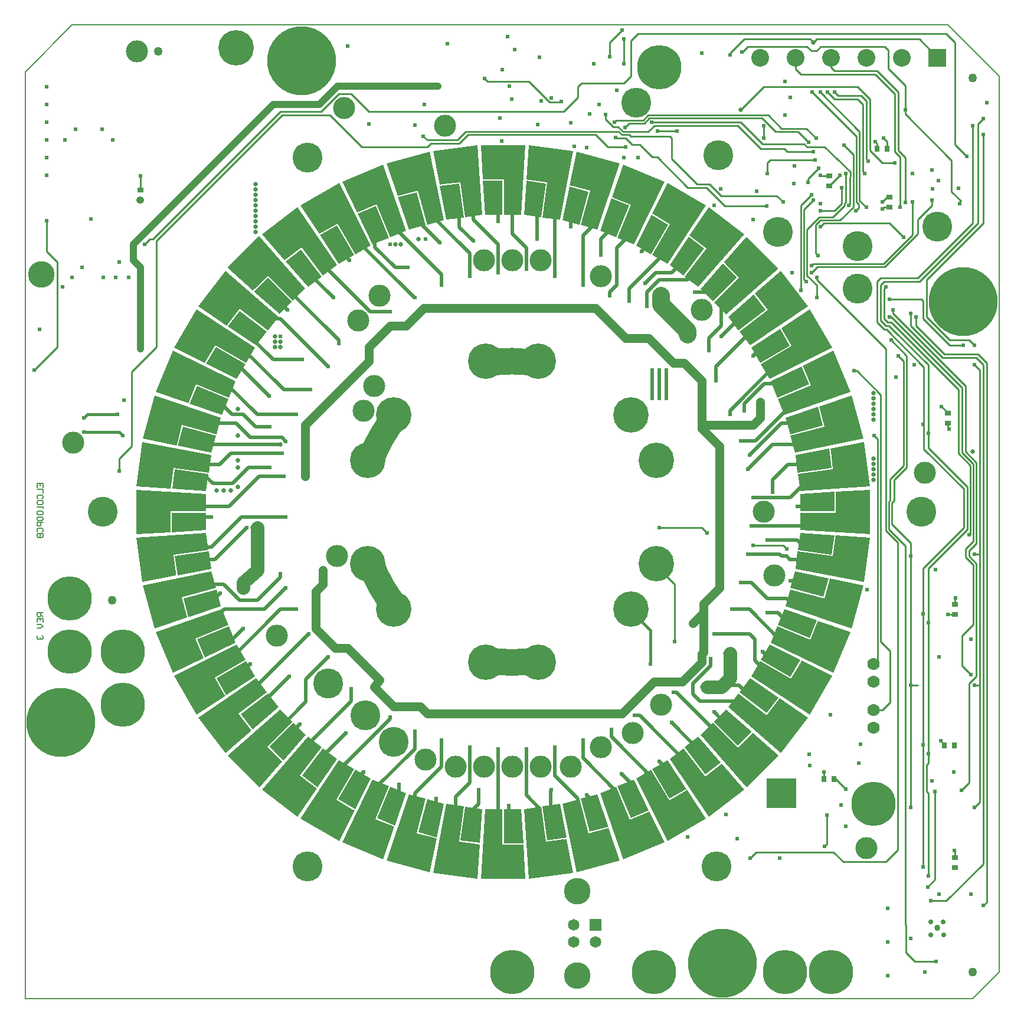
<source format=gbl>
%FSLAX23Y23*%
%MOIN*%
G70*
G01*
G75*
G04 Layer_Physical_Order=4*
G04 Layer_Color=16711680*
%ADD10C,0.150*%
%ADD11R,0.050X0.055*%
%ADD12R,0.118X0.118*%
%ADD13R,0.010X0.041*%
%ADD14R,0.041X0.010*%
%ADD15R,0.094X0.071*%
%ADD16R,0.035X0.049*%
%ADD17R,0.055X0.022*%
%ADD18R,0.022X0.055*%
%ADD19R,0.049X0.035*%
%ADD20R,0.033X0.024*%
%ADD21R,0.047X0.024*%
%ADD22R,0.012X0.035*%
%ADD23R,0.025X0.050*%
%ADD24R,0.063X0.012*%
%ADD25R,0.012X0.063*%
%ADD26R,0.055X0.065*%
%ADD27R,0.055X0.050*%
%ADD28R,0.087X0.024*%
%ADD29R,0.065X0.055*%
%ADD30R,0.037X0.035*%
%ADD31R,0.089X0.024*%
%ADD32R,0.102X0.094*%
%ADD33R,0.100X0.100*%
%ADD34R,0.050X0.110*%
%ADD35C,0.050*%
%ADD36R,0.037X0.035*%
%ADD37R,0.087X0.024*%
%ADD38R,0.100X0.100*%
%ADD39R,0.217X0.079*%
%ADD40R,0.160X0.080*%
%ADD41R,0.450X0.450*%
%ADD42R,0.110X0.115*%
%ADD43R,0.410X0.425*%
%ADD44R,0.085X0.036*%
%ADD45R,0.217X0.280*%
%ADD46R,0.039X0.063*%
%ADD47R,0.059X0.051*%
%ADD48R,0.079X0.126*%
%ADD49R,0.079X0.126*%
%ADD50R,0.140X0.060*%
%ADD51R,0.330X0.420*%
%ADD52R,0.022X0.057*%
%ADD53R,0.022X0.057*%
%ADD54R,0.081X0.024*%
%ADD55R,0.039X0.069*%
%ADD56R,0.069X0.039*%
%ADD57R,0.012X0.063*%
%ADD58R,0.031X0.033*%
%ADD59R,0.033X0.031*%
%ADD60C,0.020*%
%ADD61C,0.010*%
%ADD62C,0.040*%
%ADD63C,0.035*%
%ADD64C,0.100*%
%ADD65C,0.075*%
%ADD66C,0.050*%
%ADD67C,0.025*%
%ADD68C,0.015*%
%ADD69C,0.016*%
%ADD70C,0.004*%
%ADD71C,0.008*%
%ADD72R,0.169X0.169*%
%ADD73C,0.200*%
%ADD74C,0.150*%
%ADD75C,0.125*%
%ADD76C,0.250*%
%ADD77C,0.169*%
%ADD78C,0.070*%
%ADD79C,0.100*%
%ADD80C,0.390*%
%ADD81C,0.065*%
%ADD82R,0.065X0.065*%
%ADD83C,0.150*%
%ADD84C,0.024*%
%ADD85C,0.028*%
%ADD86C,0.034*%
%ADD87C,0.025*%
%ADD88C,0.165*%
%ADD89C,0.290*%
%ADD90C,0.209*%
%ADD91C,0.085*%
%ADD92C,0.102*%
%ADD93C,0.430*%
%ADD94C,0.080*%
%ADD95C,0.131*%
%ADD96C,0.052*%
%ADD97C,0.055*%
%ADD98C,0.090*%
%ADD99C,0.068*%
%ADD100C,0.074*%
G04:AMPARAMS|DCode=101|XSize=43mil|YSize=59mil|CornerRadius=0mil|HoleSize=0mil|Usage=FLASHONLY|Rotation=240.000|XOffset=0mil|YOffset=0mil|HoleType=Round|Shape=Rectangle|*
%AMROTATEDRECTD101*
4,1,4,-0.015,0.034,0.036,0.004,0.015,-0.034,-0.036,-0.004,-0.015,0.034,0.0*
%
%ADD101ROTATEDRECTD101*%

G04:AMPARAMS|DCode=102|XSize=43mil|YSize=59mil|CornerRadius=0mil|HoleSize=0mil|Usage=FLASHONLY|Rotation=255.000|XOffset=0mil|YOffset=0mil|HoleType=Round|Shape=Rectangle|*
%AMROTATEDRECTD102*
4,1,4,-0.023,0.029,0.034,0.013,0.023,-0.029,-0.034,-0.013,-0.023,0.029,0.0*
%
%ADD102ROTATEDRECTD102*%

G04:AMPARAMS|DCode=103|XSize=43mil|YSize=59mil|CornerRadius=0mil|HoleSize=0mil|Usage=FLASHONLY|Rotation=210.000|XOffset=0mil|YOffset=0mil|HoleType=Round|Shape=Rectangle|*
%AMROTATEDRECTD103*
4,1,4,0.004,0.036,0.034,-0.015,-0.004,-0.036,-0.034,0.015,0.004,0.036,0.0*
%
%ADD103ROTATEDRECTD103*%

G04:AMPARAMS|DCode=104|XSize=43mil|YSize=59mil|CornerRadius=0mil|HoleSize=0mil|Usage=FLASHONLY|Rotation=225.000|XOffset=0mil|YOffset=0mil|HoleType=Round|Shape=Rectangle|*
%AMROTATEDRECTD104*
4,1,4,-0.006,0.036,0.036,-0.006,0.006,-0.036,-0.036,0.006,-0.006,0.036,0.0*
%
%ADD104ROTATEDRECTD104*%

%ADD105R,0.043X0.059*%
G04:AMPARAMS|DCode=106|XSize=43mil|YSize=59mil|CornerRadius=0mil|HoleSize=0mil|Usage=FLASHONLY|Rotation=195.000|XOffset=0mil|YOffset=0mil|HoleType=Round|Shape=Rectangle|*
%AMROTATEDRECTD106*
4,1,4,0.013,0.034,0.029,-0.023,-0.013,-0.034,-0.029,0.023,0.013,0.034,0.0*
%
%ADD106ROTATEDRECTD106*%

G04:AMPARAMS|DCode=107|XSize=43mil|YSize=59mil|CornerRadius=0mil|HoleSize=0mil|Usage=FLASHONLY|Rotation=150.000|XOffset=0mil|YOffset=0mil|HoleType=Round|Shape=Rectangle|*
%AMROTATEDRECTD107*
4,1,4,0.034,0.015,0.004,-0.036,-0.034,-0.015,-0.004,0.036,0.034,0.015,0.0*
%
%ADD107ROTATEDRECTD107*%

G04:AMPARAMS|DCode=108|XSize=43mil|YSize=59mil|CornerRadius=0mil|HoleSize=0mil|Usage=FLASHONLY|Rotation=165.000|XOffset=0mil|YOffset=0mil|HoleType=Round|Shape=Rectangle|*
%AMROTATEDRECTD108*
4,1,4,0.029,0.023,0.013,-0.034,-0.029,-0.023,-0.013,0.034,0.029,0.023,0.0*
%
%ADD108ROTATEDRECTD108*%

G04:AMPARAMS|DCode=109|XSize=43mil|YSize=59mil|CornerRadius=0mil|HoleSize=0mil|Usage=FLASHONLY|Rotation=120.000|XOffset=0mil|YOffset=0mil|HoleType=Round|Shape=Rectangle|*
%AMROTATEDRECTD109*
4,1,4,0.036,-0.004,-0.015,-0.034,-0.036,0.004,0.015,0.034,0.036,-0.004,0.0*
%
%ADD109ROTATEDRECTD109*%

G04:AMPARAMS|DCode=110|XSize=43mil|YSize=59mil|CornerRadius=0mil|HoleSize=0mil|Usage=FLASHONLY|Rotation=135.000|XOffset=0mil|YOffset=0mil|HoleType=Round|Shape=Rectangle|*
%AMROTATEDRECTD110*
4,1,4,0.036,0.006,-0.006,-0.036,-0.036,-0.006,0.006,0.036,0.036,0.006,0.0*
%
%ADD110ROTATEDRECTD110*%

%ADD111R,0.059X0.043*%
G04:AMPARAMS|DCode=112|XSize=43mil|YSize=59mil|CornerRadius=0mil|HoleSize=0mil|Usage=FLASHONLY|Rotation=105.000|XOffset=0mil|YOffset=0mil|HoleType=Round|Shape=Rectangle|*
%AMROTATEDRECTD112*
4,1,4,0.034,-0.013,-0.023,-0.029,-0.034,0.013,0.023,0.029,0.034,-0.013,0.0*
%
%ADD112ROTATEDRECTD112*%

G04:AMPARAMS|DCode=113|XSize=43mil|YSize=59mil|CornerRadius=0mil|HoleSize=0mil|Usage=FLASHONLY|Rotation=262.500|XOffset=0mil|YOffset=0mil|HoleType=Round|Shape=Rectangle|*
%AMROTATEDRECTD113*
4,1,4,-0.026,0.025,0.032,0.018,0.026,-0.025,-0.032,-0.018,-0.026,0.025,0.0*
%
%ADD113ROTATEDRECTD113*%

G04:AMPARAMS|DCode=114|XSize=43mil|YSize=59mil|CornerRadius=0mil|HoleSize=0mil|Usage=FLASHONLY|Rotation=247.500|XOffset=0mil|YOffset=0mil|HoleType=Round|Shape=Rectangle|*
%AMROTATEDRECTD114*
4,1,4,-0.019,0.031,0.036,0.009,0.019,-0.031,-0.036,-0.009,-0.019,0.031,0.0*
%
%ADD114ROTATEDRECTD114*%

G04:AMPARAMS|DCode=115|XSize=43mil|YSize=59mil|CornerRadius=0mil|HoleSize=0mil|Usage=FLASHONLY|Rotation=232.500|XOffset=0mil|YOffset=0mil|HoleType=Round|Shape=Rectangle|*
%AMROTATEDRECTD115*
4,1,4,-0.010,0.035,0.037,-0.001,0.010,-0.035,-0.037,0.001,-0.010,0.035,0.0*
%
%ADD115ROTATEDRECTD115*%

G04:AMPARAMS|DCode=116|XSize=43mil|YSize=59mil|CornerRadius=0mil|HoleSize=0mil|Usage=FLASHONLY|Rotation=217.500|XOffset=0mil|YOffset=0mil|HoleType=Round|Shape=Rectangle|*
%AMROTATEDRECTD116*
4,1,4,-0.001,0.037,0.035,-0.010,0.001,-0.037,-0.035,0.010,-0.001,0.037,0.0*
%
%ADD116ROTATEDRECTD116*%

G04:AMPARAMS|DCode=117|XSize=43mil|YSize=59mil|CornerRadius=0mil|HoleSize=0mil|Usage=FLASHONLY|Rotation=202.500|XOffset=0mil|YOffset=0mil|HoleType=Round|Shape=Rectangle|*
%AMROTATEDRECTD117*
4,1,4,0.009,0.036,0.031,-0.019,-0.009,-0.036,-0.031,0.019,0.009,0.036,0.0*
%
%ADD117ROTATEDRECTD117*%

G04:AMPARAMS|DCode=118|XSize=43mil|YSize=59mil|CornerRadius=0mil|HoleSize=0mil|Usage=FLASHONLY|Rotation=187.500|XOffset=0mil|YOffset=0mil|HoleType=Round|Shape=Rectangle|*
%AMROTATEDRECTD118*
4,1,4,0.018,0.032,0.025,-0.026,-0.018,-0.032,-0.025,0.026,0.018,0.032,0.0*
%
%ADD118ROTATEDRECTD118*%

G04:AMPARAMS|DCode=119|XSize=43mil|YSize=59mil|CornerRadius=0mil|HoleSize=0mil|Usage=FLASHONLY|Rotation=172.500|XOffset=0mil|YOffset=0mil|HoleType=Round|Shape=Rectangle|*
%AMROTATEDRECTD119*
4,1,4,0.025,0.026,0.018,-0.032,-0.025,-0.026,-0.018,0.032,0.025,0.026,0.0*
%
%ADD119ROTATEDRECTD119*%

G04:AMPARAMS|DCode=120|XSize=43mil|YSize=59mil|CornerRadius=0mil|HoleSize=0mil|Usage=FLASHONLY|Rotation=157.500|XOffset=0mil|YOffset=0mil|HoleType=Round|Shape=Rectangle|*
%AMROTATEDRECTD120*
4,1,4,0.031,0.019,0.009,-0.036,-0.031,-0.019,-0.009,0.036,0.031,0.019,0.0*
%
%ADD120ROTATEDRECTD120*%

G04:AMPARAMS|DCode=121|XSize=43mil|YSize=59mil|CornerRadius=0mil|HoleSize=0mil|Usage=FLASHONLY|Rotation=142.500|XOffset=0mil|YOffset=0mil|HoleType=Round|Shape=Rectangle|*
%AMROTATEDRECTD121*
4,1,4,0.035,0.010,-0.001,-0.037,-0.035,-0.010,0.001,0.037,0.035,0.010,0.0*
%
%ADD121ROTATEDRECTD121*%

G04:AMPARAMS|DCode=122|XSize=43mil|YSize=59mil|CornerRadius=0mil|HoleSize=0mil|Usage=FLASHONLY|Rotation=127.500|XOffset=0mil|YOffset=0mil|HoleType=Round|Shape=Rectangle|*
%AMROTATEDRECTD122*
4,1,4,0.037,0.001,-0.010,-0.035,-0.037,-0.001,0.010,0.035,0.037,0.001,0.0*
%
%ADD122ROTATEDRECTD122*%

G04:AMPARAMS|DCode=123|XSize=43mil|YSize=59mil|CornerRadius=0mil|HoleSize=0mil|Usage=FLASHONLY|Rotation=112.500|XOffset=0mil|YOffset=0mil|HoleType=Round|Shape=Rectangle|*
%AMROTATEDRECTD123*
4,1,4,0.036,-0.009,-0.019,-0.031,-0.036,0.009,0.019,0.031,0.036,-0.009,0.0*
%
%ADD123ROTATEDRECTD123*%

G04:AMPARAMS|DCode=124|XSize=43mil|YSize=59mil|CornerRadius=0mil|HoleSize=0mil|Usage=FLASHONLY|Rotation=97.500|XOffset=0mil|YOffset=0mil|HoleType=Round|Shape=Rectangle|*
%AMROTATEDRECTD124*
4,1,4,0.032,-0.018,-0.026,-0.025,-0.032,0.018,0.026,0.025,0.032,-0.018,0.0*
%
%ADD124ROTATEDRECTD124*%

%ADD125C,0.006*%
G36*
X1807Y-926D02*
X1681Y-1145D01*
X1352Y-927D01*
X1402Y-842D01*
X1575Y-942D01*
X1627Y-854D01*
X1634Y-840D01*
X1807Y-926D01*
D02*
G37*
G36*
X-1452Y-927D02*
X-1614Y-1034D01*
X-1669Y-938D01*
X-1502Y-842D01*
X-1452Y-927D01*
D02*
G37*
G36*
X1504Y-1048D02*
X1437Y-1135D01*
X1284Y-1018D01*
X1344Y-940D01*
X1504Y-1048D01*
D02*
G37*
G36*
X-1561Y-737D02*
X-1735Y-822D01*
X-1777Y-720D01*
X-1599Y-646D01*
X-1561Y-737D01*
D02*
G37*
G36*
X-1602Y-639D02*
X-1787Y-716D01*
X-1748Y-810D01*
X-1742Y-825D01*
X-1916Y-910D01*
X-2012Y-677D01*
X-1639Y-548D01*
X-1602Y-639D01*
D02*
G37*
G36*
X1628Y-836D02*
X1573Y-932D01*
X1405Y-835D01*
X1455Y-750D01*
X1628Y-836D01*
D02*
G37*
G36*
X1439Y-1147D02*
X1501Y-1065D01*
X1511Y-1053D01*
X1671Y-1161D01*
X1517Y-1361D01*
X1220Y-1102D01*
X1279Y-1024D01*
X1439Y-1147D01*
D02*
G37*
G36*
X-1384Y-1018D02*
X-1544Y-1140D01*
X-1481Y-1221D01*
X-1472Y-1234D01*
X-1617Y-1361D01*
X-1771Y-1161D01*
X-1444Y-940D01*
X-1384Y-1018D01*
D02*
G37*
G36*
X-1164Y-1259D02*
X-1292Y-1404D01*
X-1370Y-1326D01*
X-1234Y-1190D01*
X-1164Y-1259D01*
D02*
G37*
G36*
X-1505Y-835D02*
X-1679Y-936D01*
X-1628Y-1024D01*
X-1620Y-1038D01*
X-1781Y-1145D01*
X-1907Y-926D01*
X-1555Y-750D01*
X-1505Y-835D01*
D02*
G37*
G36*
X-1320Y-1102D02*
X-1465Y-1229D01*
X-1532Y-1142D01*
X-1379Y-1024D01*
X-1320Y-1102D01*
D02*
G37*
G36*
X1354Y-1242D02*
X1276Y-1320D01*
X1140Y-1184D01*
X1209Y-1114D01*
X1354Y-1242D01*
D02*
G37*
G36*
X2021Y-146D02*
X1988Y-396D01*
X1600Y-321D01*
X1613Y-223D01*
X1812Y-249D01*
X1826Y-148D01*
X1828Y-132D01*
X2021Y-146D01*
D02*
G37*
G36*
X-1700Y-321D02*
X-1890Y-358D01*
X-1905Y-248D01*
X-1713Y-223D01*
X-1700Y-321D01*
D02*
G37*
G36*
X-1714Y-215D02*
X-1913Y-242D01*
X-1900Y-343D01*
X-1898Y-359D01*
X-2088Y-396D01*
X-2121Y-146D01*
X-1727Y-118D01*
X-1714Y-215D01*
D02*
G37*
G36*
X2022Y-126D02*
X1628Y-102D01*
Y-4D01*
X1829D01*
Y98D01*
Y114D01*
X2022Y126D01*
Y-126D01*
D02*
G37*
G36*
X-1728Y102D02*
Y4D01*
X-1929D01*
Y-98D01*
Y-114D01*
X-2122Y-126D01*
Y126D01*
X-1728Y102D01*
D02*
G37*
G36*
X1820Y-131D02*
X1806Y-241D01*
X1614Y-215D01*
X1627Y-118D01*
X1820Y-131D01*
D02*
G37*
G36*
X-1672Y-430D02*
X-1866Y-482D01*
X-1839Y-581D01*
X-1835Y-596D01*
X-2019Y-658D01*
X-2084Y-414D01*
X-1697Y-335D01*
X-1672Y-430D01*
D02*
G37*
G36*
X1722Y-611D02*
X1680Y-713D01*
X1502Y-639D01*
X1539Y-548D01*
X1722Y-611D01*
D02*
G37*
G36*
X1912Y-677D02*
X1816Y-910D01*
X1461Y-737D01*
X1499Y-646D01*
X1684Y-723D01*
X1723Y-629D01*
X1729Y-614D01*
X1912Y-677D01*
D02*
G37*
G36*
X1787Y-374D02*
X1758Y-480D01*
X1572Y-430D01*
X1597Y-335D01*
X1787Y-374D01*
D02*
G37*
G36*
X1984Y-414D02*
X1919Y-658D01*
X1544Y-533D01*
X1570Y-438D01*
X1764Y-490D01*
X1790Y-391D01*
X1794Y-376D01*
X1984Y-414D01*
D02*
G37*
G36*
X-1644Y-533D02*
X-1828Y-594D01*
X-1856Y-488D01*
X-1670Y-438D01*
X-1644Y-533D01*
D02*
G37*
G36*
X-168Y-1677D02*
X-181Y-1870D01*
X-291Y-1856D01*
X-265Y-1664D01*
X-168Y-1677D01*
D02*
G37*
G36*
X64Y-1871D02*
X-46D01*
Y-1678D01*
X52D01*
X64Y-1871D01*
D02*
G37*
G36*
X666Y-1737D02*
X760Y-1698D01*
X775Y-1692D01*
X860Y-1866D01*
X627Y-1962D01*
X498Y-1589D01*
X589Y-1552D01*
X666Y-1737D01*
D02*
G37*
G36*
X308Y-1840D02*
X198Y-1855D01*
X173Y-1663D01*
X271Y-1650D01*
X308Y-1840D01*
D02*
G37*
G36*
X887Y-1629D02*
X975Y-1578D01*
X989Y-1570D01*
X1096Y-1731D01*
X877Y-1857D01*
X701Y-1505D01*
X786Y-1455D01*
X887Y-1629D01*
D02*
G37*
G36*
X-892Y-1452D02*
X-992Y-1625D01*
X-904Y-1677D01*
X-890Y-1684D01*
X-976Y-1857D01*
X-1195Y-1731D01*
X-977Y-1402D01*
X-892Y-1452D01*
D02*
G37*
G36*
X192Y-1863D02*
X293Y-1850D01*
X309Y-1848D01*
X346Y-2038D01*
X96Y-2071D01*
X68Y-1677D01*
X165Y-1664D01*
X192Y-1863D01*
D02*
G37*
G36*
X-273Y-1663D02*
X-299Y-1862D01*
X-198Y-1876D01*
X-182Y-1878D01*
X-196Y-2071D01*
X-446Y-2038D01*
X-371Y-1650D01*
X-273Y-1663D01*
D02*
G37*
G36*
X-54Y-1879D02*
X64D01*
X76Y-2072D01*
X-176D01*
X-152Y-1678D01*
X-54D01*
Y-1879D01*
D02*
G37*
G36*
X-696Y-1549D02*
X-773Y-1734D01*
X-679Y-1773D01*
X-664Y-1779D01*
X-727Y-1962D01*
X-960Y-1866D01*
X-787Y-1511D01*
X-696Y-1549D01*
D02*
G37*
G36*
X432Y-1816D02*
X531Y-1789D01*
X546Y-1785D01*
X608Y-1969D01*
X364Y-2034D01*
X285Y-1647D01*
X380Y-1622D01*
X432Y-1816D01*
D02*
G37*
G36*
X-488Y-1620D02*
X-540Y-1814D01*
X-441Y-1840D01*
X-426Y-1844D01*
X-464Y-2034D01*
X-708Y-1969D01*
X-583Y-1594D01*
X-488Y-1620D01*
D02*
G37*
G36*
X-990Y-1394D02*
X-1098Y-1554D01*
X-1185Y-1487D01*
X-1068Y-1334D01*
X-990Y-1394D01*
D02*
G37*
G36*
X985Y-1564D02*
X889Y-1619D01*
X793Y-1452D01*
X878Y-1402D01*
X985Y-1564D01*
D02*
G37*
G36*
X-800Y-1505D02*
X-886Y-1678D01*
X-982Y-1623D01*
X-885Y-1455D01*
X-800Y-1505D01*
D02*
G37*
G36*
X1179Y-1415D02*
X1092Y-1482D01*
X974Y-1329D01*
X1052Y-1270D01*
X1179Y-1415D01*
D02*
G37*
G36*
X1276Y-1332D02*
X1348Y-1259D01*
X1360Y-1248D01*
X1504Y-1376D01*
X1326Y-1554D01*
X1064Y-1259D01*
X1134Y-1190D01*
X1276Y-1332D01*
D02*
G37*
G36*
X-1240Y-1184D02*
X-1382Y-1326D01*
X-1309Y-1398D01*
X-1298Y-1410D01*
X-1426Y-1554D01*
X-1604Y-1376D01*
X-1309Y-1114D01*
X-1240Y-1184D01*
D02*
G37*
G36*
X-598Y-1589D02*
X-661Y-1772D01*
X-763Y-1730D01*
X-689Y-1552D01*
X-598Y-1589D01*
D02*
G37*
G36*
X544Y-1778D02*
X438Y-1806D01*
X388Y-1620D01*
X483Y-1594D01*
X544Y-1778D01*
D02*
G37*
G36*
X-385Y-1647D02*
X-424Y-1837D01*
X-530Y-1808D01*
X-480Y-1622D01*
X-385Y-1647D01*
D02*
G37*
G36*
X1090Y-1494D02*
X1171Y-1431D01*
X1184Y-1422D01*
X1311Y-1567D01*
X1111Y-1721D01*
X890Y-1394D01*
X968Y-1334D01*
X1090Y-1494D01*
D02*
G37*
G36*
X-1074Y-1329D02*
X-1197Y-1489D01*
X-1115Y-1551D01*
X-1103Y-1561D01*
X-1211Y-1721D01*
X-1411Y-1567D01*
X-1152Y-1270D01*
X-1074Y-1329D01*
D02*
G37*
G36*
X772Y-1685D02*
X670Y-1727D01*
X596Y-1549D01*
X687Y-1511D01*
X772Y-1685D01*
D02*
G37*
G36*
X-800Y1505D02*
X-885Y1455D01*
X-986Y1629D01*
X-1074Y1578D01*
X-1088Y1570D01*
X-1195Y1731D01*
X-976Y1857D01*
X-800Y1505D01*
D02*
G37*
G36*
X1096Y1731D02*
X878Y1402D01*
X793Y1452D01*
X893Y1625D01*
X805Y1677D01*
X791Y1684D01*
X877Y1857D01*
X1096Y1731D01*
D02*
G37*
G36*
X-892Y1452D02*
X-977Y1402D01*
X-1084Y1564D01*
X-988Y1619D01*
X-892Y1452D01*
D02*
G37*
G36*
X860Y1866D02*
X687Y1511D01*
X596Y1549D01*
X673Y1734D01*
X579Y1773D01*
X564Y1779D01*
X627Y1962D01*
X860Y1866D01*
D02*
G37*
G36*
X-696Y1549D02*
X-787Y1511D01*
X-872Y1685D01*
X-770Y1727D01*
X-696Y1549D01*
D02*
G37*
G36*
X883Y1623D02*
X786Y1455D01*
X701Y1505D01*
X787Y1678D01*
X883Y1623D01*
D02*
G37*
G36*
X-1074Y1329D02*
X-1152Y1270D01*
X-1279Y1415D01*
X-1192Y1482D01*
X-1074Y1329D01*
D02*
G37*
G36*
X-1168Y1263D02*
X-1238Y1194D01*
X-1380Y1336D01*
X-1452Y1263D01*
X-1464Y1252D01*
X-1608Y1380D01*
X-1430Y1558D01*
X-1168Y1263D01*
D02*
G37*
G36*
X1270Y1326D02*
X1134Y1190D01*
X1064Y1259D01*
X1192Y1404D01*
X1270Y1326D01*
D02*
G37*
G36*
X1085Y1487D02*
X968Y1334D01*
X890Y1394D01*
X998Y1554D01*
X1085Y1487D01*
D02*
G37*
G36*
X-990Y1394D02*
X-1068Y1334D01*
X-1190Y1494D01*
X-1271Y1431D01*
X-1284Y1422D01*
X-1411Y1567D01*
X-1211Y1721D01*
X-990Y1394D01*
D02*
G37*
G36*
X1311Y1567D02*
X1052Y1270D01*
X974Y1329D01*
X1097Y1489D01*
X1015Y1551D01*
X1003Y1561D01*
X1111Y1721D01*
X1311Y1567D01*
D02*
G37*
G36*
X-168Y1677D02*
X-265Y1664D01*
X-292Y1863D01*
X-393Y1850D01*
X-409Y1848D01*
X-446Y2038D01*
X-196Y2071D01*
X-168Y1677D01*
D02*
G37*
G36*
X346Y2038D02*
X271Y1650D01*
X173Y1663D01*
X199Y1862D01*
X98Y1876D01*
X82Y1878D01*
X96Y2071D01*
X346Y2038D01*
D02*
G37*
G36*
X-273Y1663D02*
X-371Y1650D01*
X-408Y1840D01*
X-298Y1855D01*
X-273Y1663D01*
D02*
G37*
G36*
X52Y1678D02*
X-46D01*
Y1879D01*
X-164D01*
X-176Y2072D01*
X76D01*
X52Y1678D01*
D02*
G37*
G36*
X-54D02*
X-152D01*
X-164Y1871D01*
X-54D01*
Y1678D01*
D02*
G37*
G36*
X191Y1856D02*
X165Y1664D01*
X68Y1677D01*
X81Y1870D01*
X191Y1856D01*
D02*
G37*
G36*
X-488Y1620D02*
X-583Y1594D01*
X-644Y1778D01*
X-538Y1806D01*
X-488Y1620D01*
D02*
G37*
G36*
X663Y1730D02*
X589Y1552D01*
X498Y1589D01*
X561Y1772D01*
X663Y1730D01*
D02*
G37*
G36*
X-598Y1589D02*
X-689Y1552D01*
X-766Y1737D01*
X-860Y1698D01*
X-875Y1692D01*
X-960Y1866D01*
X-727Y1962D01*
X-598Y1589D01*
D02*
G37*
G36*
X430Y1808D02*
X380Y1622D01*
X285Y1647D01*
X324Y1837D01*
X430Y1808D01*
D02*
G37*
G36*
X-385Y1647D02*
X-480Y1622D01*
X-532Y1816D01*
X-631Y1789D01*
X-646Y1785D01*
X-708Y1969D01*
X-464Y2034D01*
X-385Y1647D01*
D02*
G37*
G36*
X608Y1969D02*
X483Y1594D01*
X388Y1620D01*
X440Y1814D01*
X341Y1840D01*
X326Y1844D01*
X364Y2034D01*
X608Y1969D01*
D02*
G37*
G36*
X-1644Y533D02*
X-1670Y438D01*
X-1864Y490D01*
X-1890Y391D01*
X-1894Y376D01*
X-2084Y414D01*
X-2019Y658D01*
X-1644Y533D01*
D02*
G37*
G36*
X1984Y414D02*
X1597Y335D01*
X1572Y430D01*
X1766Y482D01*
X1739Y581D01*
X1735Y596D01*
X1919Y658D01*
X1984Y414D01*
D02*
G37*
G36*
X-1672Y430D02*
X-1697Y335D01*
X-1887Y374D01*
X-1858Y480D01*
X-1672Y430D01*
D02*
G37*
G36*
X1912Y677D02*
X1539Y548D01*
X1502Y639D01*
X1687Y716D01*
X1648Y810D01*
X1642Y825D01*
X1816Y910D01*
X1912Y677D01*
D02*
G37*
G36*
X-1602Y639D02*
X-1639Y548D01*
X-1822Y611D01*
X-1780Y713D01*
X-1602Y639D01*
D02*
G37*
G36*
X1756Y488D02*
X1570Y438D01*
X1544Y533D01*
X1728Y594D01*
X1756Y488D01*
D02*
G37*
G36*
X-1714Y215D02*
X-1727Y118D01*
X-1920Y131D01*
X-1906Y241D01*
X-1714Y215D01*
D02*
G37*
G36*
X1821Y4D02*
X1628D01*
Y102D01*
X1821Y114D01*
Y4D01*
D02*
G37*
G36*
X-1728Y-102D02*
X-1921Y-114D01*
Y-4D01*
X-1728D01*
Y-102D01*
D02*
G37*
G36*
X1805Y248D02*
X1613Y223D01*
X1600Y321D01*
X1790Y358D01*
X1805Y248D01*
D02*
G37*
G36*
X-1700Y321D02*
X-1713Y223D01*
X-1912Y249D01*
X-1926Y148D01*
X-1928Y132D01*
X-2121Y146D01*
X-2088Y396D01*
X-1700Y321D01*
D02*
G37*
G36*
X2021Y146D02*
X1627Y118D01*
X1614Y215D01*
X1813Y242D01*
X1800Y343D01*
X1798Y359D01*
X1988Y396D01*
X2021Y146D01*
D02*
G37*
G36*
X-1320Y1102D02*
X-1379Y1024D01*
X-1539Y1147D01*
X-1601Y1065D01*
X-1611Y1053D01*
X-1771Y1161D01*
X-1617Y1361D01*
X-1320Y1102D01*
D02*
G37*
G36*
X1671Y1161D02*
X1344Y940D01*
X1284Y1018D01*
X1444Y1140D01*
X1381Y1221D01*
X1372Y1234D01*
X1517Y1361D01*
X1671Y1161D01*
D02*
G37*
G36*
X-1384Y1018D02*
X-1444Y940D01*
X-1604Y1048D01*
X-1537Y1135D01*
X-1384Y1018D01*
D02*
G37*
G36*
X-1244Y1188D02*
X-1313Y1118D01*
X-1458Y1246D01*
X-1380Y1324D01*
X-1244Y1188D01*
D02*
G37*
G36*
X1504Y1376D02*
X1209Y1114D01*
X1140Y1184D01*
X1282Y1326D01*
X1209Y1398D01*
X1198Y1410D01*
X1326Y1554D01*
X1504Y1376D01*
D02*
G37*
G36*
X1432Y1142D02*
X1279Y1024D01*
X1220Y1102D01*
X1365Y1229D01*
X1432Y1142D01*
D02*
G37*
G36*
X-1505Y836D02*
X-1555Y751D01*
X-1728Y837D01*
X-1673Y933D01*
X-1505Y836D01*
D02*
G37*
G36*
X1677Y720D02*
X1499Y646D01*
X1461Y737D01*
X1635Y822D01*
X1677Y720D01*
D02*
G37*
G36*
X-1561Y737D02*
X-1599Y646D01*
X-1784Y723D01*
X-1823Y629D01*
X-1829Y614D01*
X-2012Y677D01*
X-1916Y910D01*
X-1561Y737D01*
D02*
G37*
G36*
X1569Y939D02*
X1402Y843D01*
X1352Y928D01*
X1514Y1035D01*
X1569Y939D01*
D02*
G37*
G36*
X-1452Y928D02*
X-1502Y843D01*
X-1675Y943D01*
X-1727Y855D01*
X-1734Y841D01*
X-1907Y927D01*
X-1781Y1146D01*
X-1452Y928D01*
D02*
G37*
G36*
X1807Y927D02*
X1455Y751D01*
X1405Y836D01*
X1579Y937D01*
X1528Y1025D01*
X1520Y1039D01*
X1681Y1146D01*
X1807Y927D01*
D02*
G37*
D10*
X-651Y547D02*
G03*
X-799Y291I651J-547D01*
G01*
X-148Y-837D02*
G03*
X-147Y-837I148J837D01*
G01*
D02*
G03*
X148Y-837I147J837D01*
G01*
X-798Y-291D02*
G03*
X-651Y-546I798J291D01*
G01*
X-148Y-837D02*
G03*
X148Y-837I148J837D01*
G01*
X148Y839D02*
G03*
X-148Y839I-148J-839D01*
G01*
D33*
X2400Y2565D02*
D03*
D35*
X-2000Y2600D02*
D03*
X-2260Y-500D02*
D03*
X2600Y2450D02*
D03*
Y-2600D02*
D03*
X1473Y-1637D02*
D03*
X1567D02*
D03*
X1570Y-1541D02*
D03*
X1471Y-1541D02*
D03*
D58*
X2118Y2050D02*
D03*
X2062D02*
D03*
X2442Y-1320D02*
D03*
X2498D02*
D03*
X1762Y-1510D02*
D03*
X1818D02*
D03*
D59*
X1790Y1898D02*
D03*
Y1843D02*
D03*
X2130Y1722D02*
D03*
Y1778D02*
D03*
X-2100Y1762D02*
D03*
Y1818D02*
D03*
X2500Y-1952D02*
D03*
Y-2008D02*
D03*
Y-578D02*
D03*
Y-522D02*
D03*
X2460Y502D02*
D03*
Y558D02*
D03*
D60*
X1141Y-1129D02*
X1216Y-1204D01*
X1241D01*
X-1574Y859D02*
X-1371Y656D01*
X-1660Y859D02*
X-1574D01*
X-1662Y861D02*
X-1660Y859D01*
X1030Y1240D02*
X1100D01*
X1169Y1309D01*
X675Y-1672D02*
Y-1545D01*
X790Y640D02*
Y800D01*
X830Y640D02*
Y800D01*
X870Y640D02*
Y800D01*
X1310Y570D02*
Y610D01*
X1425Y725D01*
X1622D01*
X1316Y-1070D02*
X1378Y-1132D01*
X1060Y-1070D02*
X1316D01*
X1020Y-1030D02*
X1060Y-1070D01*
X1020Y-1030D02*
Y-970D01*
X1120Y-870D01*
Y-830D01*
X1470Y110D02*
Y180D01*
X1557Y267D01*
X1752D01*
X1360Y80D02*
X1570D01*
X1660Y170D01*
X1440Y-160D02*
X1610D01*
X1659Y-209D01*
X1760D01*
X1440Y-570D02*
X1502D01*
X1602Y-670D01*
X1644D01*
X1192Y-978D02*
X1280D01*
X1388Y-1085D01*
X1414D01*
X1200Y-690D02*
X1340D01*
X1370Y-720D01*
Y-840D02*
Y-720D01*
Y-840D02*
X1466Y-936D01*
X1513D01*
X1140Y-690D02*
X1200D01*
X900Y-1190D02*
X1082Y-1372D01*
Y-1428D02*
Y-1372D01*
X-259Y-1810D02*
Y-1699D01*
X-1135Y-1445D02*
X-940Y-1250D01*
X-1135Y-1464D02*
Y-1445D01*
X-1462Y-1132D02*
X-1260Y-930D01*
X-1478Y-1132D02*
X-1462D01*
X-1585Y-725D02*
X-1520Y-660D01*
X-1722Y-725D02*
X-1585D01*
X-1817Y-443D02*
X-1785Y-410D01*
X-1630D01*
X-1540Y-500D01*
X-1440D01*
X-1310Y-370D01*
Y-350D01*
X-1624Y-550D02*
X-1400D01*
X-1280Y-430D01*
X-1677Y-267D02*
X-1500Y-90D01*
X-1852Y-267D02*
X-1677D01*
X-1490Y250D02*
X-1370D01*
X-1580Y160D02*
X-1490Y250D01*
X-1689Y160D02*
X-1580D01*
X-1738Y209D02*
X-1689Y160D01*
X-1860Y209D02*
X-1738D01*
X-1450Y480D02*
X-1370D01*
X-1520Y550D02*
X-1450Y480D01*
X-1582Y550D02*
X-1520D01*
X-1702Y670D02*
X-1582Y550D01*
X-1744Y670D02*
X-1702D01*
X-1350Y860D02*
X-1185D01*
X-1514Y1024D02*
X-1350Y860D01*
X-1514Y1024D02*
Y1085D01*
X-1182Y1382D02*
Y1428D01*
X1180Y990D02*
X1322Y1132D01*
X1378D01*
X750Y1290D02*
X810Y1350D01*
X900D01*
X1014Y1464D01*
X1035D01*
X760Y1240D02*
X830Y1310D01*
X500Y1450D02*
Y1540D01*
X140D02*
Y1791D01*
X159Y1810D01*
X-299Y1609D02*
Y1784D01*
X-317Y1802D02*
X-299Y1784D01*
X760Y1160D02*
Y1240D01*
X830Y1310D02*
X990D01*
X1082Y1402D01*
X-660Y1380D02*
X-590D01*
X-775Y1495D02*
X-660Y1380D01*
X-775Y1495D02*
Y1672D01*
X-986Y1486D02*
X-920Y1420D01*
X-986Y1486D02*
Y1563D01*
X-1363Y1233D02*
X-1270Y1140D01*
X-1363Y1233D02*
Y1272D01*
X-1643Y886D02*
X-1626D01*
X-1590Y330D02*
X-1300D01*
Y420D02*
X-1279Y399D01*
X-1693Y380D02*
X-1310D01*
X-1756Y443D02*
X-1693Y380D01*
X-1817Y443D02*
X-1756D01*
X-1700Y-30D02*
X-1700Y-30D01*
X-1872Y-30D02*
X-1700D01*
X-1690Y-500D02*
X-1650Y-460D01*
X-1802Y-500D02*
X-1690D01*
X-1556Y-936D02*
X-1480Y-860D01*
X-1613Y-936D02*
X-1556D01*
X-1309Y-1309D02*
X-1200Y-1200D01*
X-1318Y-1309D02*
X-1309D01*
X-935Y-1565D02*
X-840Y-1470D01*
X-935Y-1593D02*
Y-1565D01*
X-430Y-1705D02*
Y-1620D01*
X-493Y-1767D02*
X-430Y-1705D01*
X-20Y-1660D02*
X-20Y-1660D01*
X-20Y-1822D02*
Y-1660D01*
X420Y-1600D02*
X450Y-1630D01*
Y-1752D02*
Y-1630D01*
X830Y-1410D02*
X887Y-1467D01*
Y-1563D02*
Y-1467D01*
X1259Y-1268D02*
Y-1219D01*
X1416Y-790D02*
X1511Y-885D01*
X1543D01*
X1570Y-390D02*
X1617D01*
X1670Y-443D01*
X1717D01*
X1610Y30D02*
X1610Y30D01*
X1772D01*
X1340Y320D02*
X1520Y500D01*
X1702D01*
X1360Y880D02*
X1417Y937D01*
X1513D01*
X1169Y1309D02*
X1218D01*
X730Y1470D02*
X836Y1576D01*
Y1593D01*
X330Y1610D02*
Y1705D01*
X393Y1767D01*
X-80Y1640D02*
X-80Y1640D01*
Y1822D01*
X-550Y1660D02*
X-410Y1520D01*
X1180Y1188D02*
X1259Y1268D01*
X1110Y910D02*
Y980D01*
X1446Y-936D02*
X1513D01*
X910Y-1020D02*
X928D01*
X217Y1802D02*
X240Y1780D01*
Y1330D02*
Y1780D01*
X450Y1610D02*
Y1752D01*
X400Y1560D02*
X450Y1610D01*
X400Y1280D02*
Y1560D01*
X675Y1575D02*
Y1672D01*
X590Y1490D02*
X675Y1575D01*
X550Y1220D02*
Y1240D01*
X887Y1487D02*
Y1563D01*
X660Y1260D02*
X887Y1487D01*
X660Y1190D02*
Y1260D01*
X1082Y1362D02*
Y1428D01*
X1150Y821D02*
X1414Y1085D01*
X1150Y740D02*
Y821D01*
X1230Y573D02*
X1543Y886D01*
X1230Y550D02*
Y573D01*
X1655Y380D02*
X1717Y443D01*
X1470Y380D02*
X1655D01*
X1330Y240D02*
X1470Y380D01*
X1374Y400D02*
X1644Y670D01*
X1290Y400D02*
X1374D01*
X1721Y170D02*
X1760Y209D01*
X1660Y170D02*
X1721D01*
X1567Y-267D02*
X1752D01*
X1510Y-240D02*
X1520Y-250D01*
X1330Y-240D02*
X1510D01*
X1721Y-80D02*
X1772Y-30D01*
X1350Y-80D02*
X1721D01*
X1560Y-500D02*
X1702D01*
X1550Y-490D02*
X1560Y-500D01*
X1290Y-400D02*
X1350D01*
X1515Y-725D02*
X1622D01*
X1340Y-550D02*
X1515Y-725D01*
X1240Y-550D02*
X1340D01*
X928Y-1020D02*
X1218Y-1309D01*
X721Y-1150D02*
X1035Y-1464D01*
X690Y-1150D02*
X721D01*
X815Y-1572D02*
Y-1525D01*
X560Y-1270D02*
X815Y-1525D01*
X560Y-1270D02*
Y-1230D01*
X591Y-1664D02*
Y-1581D01*
X400Y-1390D02*
X591Y-1581D01*
X400Y-1390D02*
Y-1290D01*
X370Y-1745D02*
Y-1620D01*
X240Y-1490D02*
X370Y-1620D01*
X240Y-1490D02*
Y-1330D01*
X157Y-1809D02*
Y-1677D01*
X80Y-1600D02*
X157Y-1677D01*
X80Y-1600D02*
Y-1340D01*
X-80Y-1821D02*
X-80Y-1822D01*
X-80Y-1821D02*
Y-1340D01*
X-317Y-1802D02*
Y-1607D01*
X-240Y-1530D01*
Y-1330D01*
X-550Y-1752D02*
Y-1590D01*
X-400Y-1440D01*
Y-1290D01*
X-775Y-1672D02*
Y-1563D01*
X-550Y-1338D01*
Y-1240D01*
X-986Y-1563D02*
Y-1466D01*
X-690Y-1170D01*
Y-1160D01*
X-1182Y-1428D02*
Y-1342D01*
X-910Y-1070D01*
Y-1000D01*
X-1359Y-1268D02*
X-1164Y-1072D01*
Y-944D01*
X-1040Y-820D01*
X-1514Y-1085D02*
Y-1054D01*
X-1150Y-690D01*
X-1643Y-885D02*
X-1308Y-550D01*
X-1220D01*
X-1744Y-670D02*
X-1624Y-550D01*
X-1720Y-200D02*
X-1700D01*
X-1530Y-30D01*
X-1280D01*
X-1872Y30D02*
X-1600D01*
X-1430Y200D01*
X-1290D01*
X-1852Y267D02*
X-1653D01*
X-1590Y330D01*
X-1802Y500D02*
X-1560D01*
X-1480Y420D01*
X-1300D01*
X-1722Y725D02*
X-1615D01*
X-1440Y550D01*
X-1220D01*
X-1613Y937D02*
X-1537D01*
X-1290Y690D01*
X-1140D01*
X-1478Y1132D02*
X-1436Y1090D01*
X-1310D01*
X-1040Y820D01*
X-1322Y1313D02*
X-980Y972D01*
Y950D02*
Y972D01*
X-1135Y1464D02*
X-801Y1130D01*
X-690D01*
X-935Y1593D02*
X-552Y1210D01*
X-550D01*
X-720Y1660D02*
Y1694D01*
Y1660D02*
X-400Y1340D01*
Y1280D02*
Y1340D01*
X-493Y1713D02*
Y1767D01*
Y1713D02*
X-240Y1460D01*
Y1330D02*
Y1460D01*
X-80Y1350D02*
Y1510D01*
X-220Y1650D02*
X-80Y1510D01*
X-220Y1650D02*
Y1710D01*
X80Y1370D02*
Y1490D01*
X0Y1570D02*
X80Y1490D01*
X0Y1570D02*
Y1730D01*
X-818Y-310D02*
X-798Y-291D01*
X-299Y1609D02*
X-220Y1530D01*
X550Y1240D02*
X590Y1280D01*
Y1490D01*
X1180Y1050D02*
Y1188D01*
X1110Y980D02*
X1180Y1050D01*
X1550Y-250D02*
X1567Y-267D01*
X1520Y-250D02*
X1550D01*
X1350Y-400D02*
X1440Y-490D01*
X1550D01*
X675Y-1672D02*
Y-1536D01*
X618Y-1479D02*
X675Y-1536D01*
X217Y-1802D02*
Y-1573D01*
X-259Y-1810D02*
Y-1719D01*
X-190Y-1650D01*
Y-1570D01*
X-1182Y1382D02*
Y1428D01*
Y1382D02*
X-1010Y1210D01*
X-720Y-1694D02*
X-640Y-1614D01*
Y-1540D01*
X500Y1540D02*
X620Y1660D01*
Y1694D01*
D61*
X2528Y1741D02*
X2534Y1757D01*
X2250Y-980D02*
Y-174D01*
Y-980D02*
X2290D01*
X2250Y-1670D02*
Y-980D01*
X-2100Y1895D02*
X-2098Y1897D01*
X-2100Y1818D02*
Y1895D01*
X2180Y880D02*
X2211Y850D01*
X2275Y-2538D02*
X2395D01*
X2226Y-2489D02*
X2275Y-2538D01*
X2226Y-2489D02*
Y-2336D01*
X2220Y-2330D02*
X2226Y-2336D01*
X2663Y-2222D02*
X2663Y-2222D01*
Y-2223D02*
Y-2222D01*
X820Y2150D02*
X930D01*
X1670Y1860D02*
Y1880D01*
X1730Y1940D01*
X2540Y-870D02*
X2590Y-920D01*
X1530Y-190D02*
X1550Y-210D01*
X1360Y-190D02*
X1530D01*
X1070Y-90D02*
X1100Y-120D01*
X-550Y1660D02*
Y1752D01*
X2090Y1970D02*
X2160D01*
X2020Y2040D02*
X2090Y1970D01*
X-2010Y1530D02*
X-1300Y2240D01*
X-1030D01*
X-850Y2060D01*
X-480D01*
X540D02*
X640D01*
X-2045Y1540D02*
X-2030D01*
X-1310Y2260D01*
X-2010Y930D02*
Y1530D01*
X-2150Y790D02*
X-2010Y930D01*
X-2150Y370D02*
Y790D01*
X-2220Y300D02*
X-2150Y370D01*
X-2220Y230D02*
Y300D01*
X2570Y-100D02*
Y140D01*
X2370Y1730D02*
Y1760D01*
X370Y2340D02*
Y2400D01*
X1420D02*
X1950D01*
X-2075Y1510D02*
X-2045Y1540D01*
X2130Y1100D02*
X2140D01*
X2340Y1310D02*
X2660Y1630D01*
X2340Y1100D02*
Y1310D01*
X2300Y1300D02*
X2630Y1630D01*
X2340Y1100D02*
X2470Y970D01*
X2320Y1090D02*
Y1190D01*
X2310Y1200D02*
X2320Y1190D01*
X2130Y1200D02*
X2310D01*
X2470Y970D02*
X2580D01*
X2320Y1090D02*
X2470Y940D01*
X2580Y970D02*
X2610Y940D01*
X2470D02*
X2547D01*
X2100Y1300D02*
X2300D01*
X2080Y1280D02*
X2100Y1300D01*
Y1260D02*
X2110Y1270D01*
X2660Y1630D02*
Y2130D01*
X2610Y-240D02*
X2640D01*
X2610Y-980D02*
X2640D01*
X2610Y-1670D02*
X2640Y-1640D01*
X2663Y-2222D02*
X2680Y-2205D01*
X2366Y-2194D02*
X2453D01*
X2680Y-2205D02*
Y840D01*
X2660Y-1987D02*
Y830D01*
X2630Y890D02*
X2680Y840D01*
X2440Y890D02*
X2630D01*
X2430Y870D02*
X2620D01*
X2453Y-2194D02*
X2660Y-1987D01*
X2620Y870D02*
X2660Y830D01*
X-2570Y930D02*
Y1410D01*
X-2630Y1470D02*
X-2570Y1410D01*
X2640Y-1640D02*
Y800D01*
X2610Y830D02*
X2640Y800D01*
X2020Y2040D02*
Y2330D01*
X1950D02*
X1980Y2300D01*
X1820Y2330D02*
X1950D01*
X1840Y2350D02*
X1970D01*
X2000Y2320D01*
X1950Y2400D02*
X2020Y2330D01*
X1980Y1920D02*
Y2300D01*
Y1920D02*
X1990Y1910D01*
X1740Y1700D02*
X1820D01*
X1860Y1740D01*
Y1830D01*
X2000Y1990D02*
Y2320D01*
Y1990D02*
X2010Y1980D01*
X2500Y2074D02*
X2567Y2007D01*
X1290Y2270D02*
X1420Y2400D01*
X2622Y-177D02*
Y278D01*
X2560Y340D02*
X2622Y278D01*
X2560Y340D02*
Y710D01*
X2540Y-870D02*
Y-700D01*
X2605Y-635D01*
Y-300D01*
X2560Y-255D02*
X2605Y-300D01*
X2560Y-255D02*
Y-210D01*
X2605Y-165D01*
Y270D01*
X2540Y335D02*
X2605Y270D01*
X2540Y335D02*
Y700D01*
X2520Y330D02*
Y690D01*
Y330D02*
X2588Y262D01*
Y-130D02*
Y262D01*
X-460Y2080D02*
X-300D01*
X-480Y2060D02*
X-460Y2080D01*
X-910Y2360D02*
X-810Y2260D01*
X-980Y2360D02*
X-910D01*
X-1080Y2260D02*
X-980Y2360D01*
X-1310Y2260D02*
X-1080D01*
X2290Y1650D02*
X2370Y1730D01*
X2630Y1630D02*
Y2190D01*
X2660Y2220D01*
X1820Y2370D02*
X1840Y2350D01*
X1780Y2370D02*
X1820Y2330D01*
X2062Y2490D02*
X2180Y2372D01*
Y2040D02*
Y2372D01*
Y2040D02*
X2220Y2000D01*
Y1747D02*
Y2000D01*
X290Y2260D02*
X370Y2340D01*
X1820Y2490D02*
X2062D01*
X1800Y2510D02*
X1820Y2490D01*
X1800Y2510D02*
Y2585D01*
X2190Y1720D02*
Y2005D01*
X2160Y2035D02*
X2190Y2005D01*
X2160Y2035D02*
Y2360D01*
X2050Y2470D02*
X2160Y2360D01*
X1630Y2470D02*
X2050D01*
X1600Y2500D02*
X1630Y2470D01*
X1600Y2500D02*
Y2585D01*
X710Y2700D02*
X2450D01*
X1684Y2670D02*
X1702Y2652D01*
X1310Y2670D02*
X1684D01*
X1230Y2590D02*
X1310Y2670D01*
X670Y2660D02*
X710Y2700D01*
X670Y2460D02*
Y2660D01*
X630Y2420D02*
X670Y2460D01*
X390Y2420D02*
X630D01*
X370Y2400D02*
X390Y2420D01*
X630Y2530D02*
Y2670D01*
X550Y2570D02*
Y2650D01*
X620Y2720D01*
X-2700Y800D02*
X-2570Y930D01*
X-2630Y1470D02*
Y1645D01*
X-810Y2260D02*
X-83D01*
X-11D01*
X210D01*
X290D01*
X275Y2315D02*
X278Y2317D01*
X210Y2315D02*
X275D01*
X94Y2431D02*
X210Y2315D01*
X-140Y2431D02*
X94D01*
X-156Y2447D02*
X-140Y2431D01*
X1230Y2583D02*
Y2590D01*
X1299Y2598D02*
X1302D01*
X1332Y2628D01*
X1666D01*
X1690Y2604D01*
X1720D01*
X2450Y2700D02*
X2500Y2650D01*
Y2074D02*
Y2650D01*
X1720Y2604D02*
X1743Y2628D01*
X1700Y2650D02*
X1720Y2670D01*
X2300D01*
X2385Y2585D02*
X2400D01*
X2300Y2670D02*
X2385Y2585D01*
X1743Y2628D02*
X2105D01*
X2124Y2609D01*
Y2505D02*
Y2609D01*
Y2505D02*
X2220Y2409D01*
Y2273D02*
Y2409D01*
X1420Y2110D02*
Y2180D01*
X1486Y2150D02*
X1488Y2148D01*
X1523Y2165D02*
X1663D01*
X1718Y2111D01*
X1488Y2148D02*
X1614D01*
X1674Y2088D01*
X1650Y2078D02*
X1664Y2063D01*
X1459Y1989D02*
X1710D01*
X1440Y1913D02*
Y1970D01*
X1459Y1989D01*
X1414Y2078D02*
X1650D01*
X804Y2182D02*
X1274D01*
X787Y2200D02*
X1291D01*
X1414Y2078D01*
X776Y2224D02*
X1411D01*
X1488Y2148D01*
X769Y2242D02*
X1447D01*
X1523Y2165D01*
X-300Y2080D02*
X-250Y2130D01*
X470D01*
X540Y2060D01*
X527Y2219D02*
Y2246D01*
Y2219D02*
X571Y2175D01*
X747Y2195D02*
X776Y2224D01*
X578Y2203D02*
X588Y2213D01*
X-262Y2148D02*
X602D01*
X620Y2130D01*
X586Y2112D02*
X641D01*
X571Y2175D02*
X599D01*
X627Y2148D01*
X641Y2112D02*
X678Y2076D01*
X720D01*
X792Y2004D01*
X791D02*
X792D01*
X584Y2115D02*
X586Y2112D01*
X2118Y2050D02*
Y2092D01*
X2099Y2111D02*
X2118Y2092D01*
X2062Y2050D02*
Y2078D01*
X2050Y2090D02*
X2062Y2078D01*
X2118Y1778D02*
X2130D01*
X2090Y1750D02*
X2118Y1778D01*
X2102Y1722D02*
X2130D01*
X2090Y1710D02*
X2102Y1722D01*
X1766Y2063D02*
X1910Y1920D01*
X1664Y2063D02*
X1766D01*
X1874Y2072D02*
X1927Y2019D01*
X1695Y2370D02*
X1944Y2121D01*
X1740Y2370D02*
X1962Y2148D01*
X1910Y1895D02*
Y1920D01*
X1908Y1893D02*
X1910Y1895D01*
X1962Y1758D02*
X2000Y1720D01*
X1962Y1758D02*
Y2148D01*
X1944Y1750D02*
Y2121D01*
Y1750D02*
X1957Y1737D01*
X1940Y1700D02*
X1957Y1717D01*
Y1737D01*
X1878Y1733D02*
Y1742D01*
X1885Y1750D01*
Y1910D01*
X1908Y1737D02*
Y1893D01*
X1902Y1732D02*
X1908Y1737D01*
X1810Y1665D02*
X1878Y1733D01*
X1927Y1722D02*
Y2019D01*
X1852Y1648D02*
X1927Y1722D01*
X2130Y1630D02*
X2210Y1550D01*
X1740Y1610D02*
X1760Y1630D01*
X2130D01*
X1736Y1665D02*
X1810D01*
X1743Y1648D02*
X1852D01*
X2460Y558D02*
Y561D01*
X2425Y596D02*
X2460Y561D01*
Y476D02*
Y502D01*
Y476D02*
X2469Y467D01*
X2460Y-578D02*
X2500D01*
X2460Y-578D02*
X2460Y-578D01*
X2500Y-522D02*
Y-490D01*
X2506Y-484D01*
X2391Y-327D02*
X2393Y-325D01*
X2498Y-1320D02*
Y-1320D01*
X2500Y-1952D02*
Y-1914D01*
X2497Y-1911D02*
X2500Y-1914D01*
Y-2008D02*
Y-2006D01*
X1762Y-1510D02*
Y-1467D01*
Y-1510D02*
X1762Y-1510D01*
X1818D02*
X1828D01*
X1884Y-1566D01*
X1766Y-1888D02*
X1779Y-1875D01*
Y-1711D01*
X830Y-90D02*
X1070D01*
X918Y-731D02*
Y-407D01*
X815Y-304D02*
X918Y-407D01*
X815Y-304D02*
Y-291D01*
X1345Y-1955D02*
X1379Y-1921D01*
X1816D01*
X1871Y-1976D01*
X2111D01*
X2178Y-1910D01*
Y-173D01*
X2145Y51D02*
X2158Y64D01*
X2145Y-69D02*
Y51D01*
X2040Y-1120D02*
X2090D01*
X2135Y-1075D01*
Y-785D01*
X2110Y-105D02*
X2178Y-173D01*
X2350Y360D02*
X2570Y140D01*
X2158Y64D02*
Y182D01*
X2350Y360D02*
Y830D01*
X2045Y430D02*
X2065Y410D01*
X1933Y798D02*
X1947D01*
X2082Y663D01*
Y-733D02*
X2135Y-785D01*
X2082Y-733D02*
Y663D01*
X2040Y-860D02*
X2065Y-835D01*
Y410D01*
X2158Y182D02*
X2228Y252D01*
X2150Y1120D02*
Y1140D01*
Y1120D02*
X2560Y710D01*
X2280Y1050D02*
Y1100D01*
Y1050D02*
X2440Y890D01*
X2250Y1050D02*
Y1120D01*
Y1050D02*
X2430Y870D01*
X2140Y1100D02*
X2540Y700D01*
X2140Y1070D02*
X2520Y690D01*
X2159Y1021D02*
X2350Y830D01*
X2140Y970D02*
X2228Y882D01*
X2100Y1090D02*
Y1260D01*
Y1090D02*
X2120Y1070D01*
X2140D01*
X2159Y1020D02*
X2159Y1021D01*
X2129Y1050D02*
X2159Y1020D01*
X2110Y1050D02*
X2129D01*
X2080Y1080D02*
X2110Y1050D01*
X2080Y1080D02*
Y1280D01*
X2228Y252D02*
Y882D01*
X1630Y1730D02*
X1690Y1790D01*
X1648Y1707D02*
X1700Y1760D01*
X2098Y1403D02*
X2260Y1565D01*
Y1750D01*
X2105Y1385D02*
X2290Y1571D01*
Y1650D01*
X1715Y1620D02*
X1743Y1648D01*
X1715Y1461D02*
X1728Y1448D01*
X1715Y1461D02*
Y1620D01*
X1725Y1385D02*
X2105D01*
X1690Y1390D02*
X1703Y1403D01*
X2098D01*
X1648Y1312D02*
X1660Y1300D01*
X1666Y1595D02*
X1736Y1665D01*
X1690Y1350D02*
X1725Y1385D01*
X1720Y1210D02*
Y1280D01*
X1666Y1334D02*
X1720Y1280D01*
Y1313D02*
X2110Y923D01*
X1720Y1313D02*
Y1325D01*
X1630Y1250D02*
Y1730D01*
X1648Y1312D02*
Y1707D01*
X1666Y1334D02*
Y1595D01*
X-503Y2123D02*
X-480Y2100D01*
X-310D01*
X-262Y2148D01*
X1274Y2182D02*
X1404Y2052D01*
X1539D01*
X1556Y2035D01*
X1703D01*
X740Y2213D02*
X769Y2242D01*
X588Y2213D02*
X740D01*
X637Y2172D02*
X660Y2195D01*
X747D01*
X769Y2148D02*
X804Y2182D01*
X627Y2148D02*
X769D01*
X620Y2130D02*
X660D01*
X670Y2120D01*
X890D01*
X900Y2110D01*
Y1996D02*
Y2110D01*
X1203Y1728D02*
X1437D01*
X2110Y-105D02*
Y923D01*
X993Y1833D02*
X1098D01*
X1203Y1728D01*
X792Y2004D02*
X822D01*
X993Y1833D01*
X900Y1996D02*
X1045Y1851D01*
X1116D01*
X1181Y1786D01*
X1495D01*
X1530Y1750D01*
X2350Y-320D02*
X2570Y-100D01*
X2580Y-250D02*
X2622Y-292D01*
X2580Y-250D02*
Y-220D01*
X2622Y-177D01*
Y-928D02*
Y-292D01*
X2580Y-970D02*
X2622Y-928D01*
X2290Y1320D02*
X2600Y1630D01*
Y2180D01*
X2080Y1320D02*
X2290D01*
X2060Y1300D02*
X2080Y1320D01*
X2060Y1070D02*
X2100Y1030D01*
X2060Y1070D02*
Y1300D01*
X2326Y354D02*
Y819D01*
X2115Y1030D02*
X2326Y819D01*
X2100Y1030D02*
X2115D01*
X2550Y-87D02*
Y130D01*
X2326Y354D02*
X2550Y130D01*
X2145Y-69D02*
X2250Y-174D01*
X2128Y-98D02*
Y59D01*
X2135Y65D01*
Y184D01*
X2211Y260D01*
Y850D01*
X2128Y-98D02*
X2220Y-191D01*
Y-2330D02*
Y-191D01*
X2442Y-1320D02*
Y-1315D01*
X2420Y-1293D02*
X2442Y-1315D01*
X2320Y-317D02*
X2550Y-87D01*
X2350Y-1420D02*
Y-320D01*
X2537Y-1573D02*
X2580Y-1530D01*
Y-970D01*
X2320Y-2005D02*
Y-317D01*
X2340Y-1430D02*
X2350Y-1420D01*
X2340Y-1580D02*
Y-1430D01*
Y-1580D02*
X2350Y-1590D01*
Y-2055D02*
Y-1590D01*
X2347Y-2117D02*
X2389Y-2075D01*
X2483Y1809D02*
Y1985D01*
X2220Y2248D02*
Y2273D01*
Y2248D02*
X2483Y1985D01*
X2389Y-2075D02*
Y-1578D01*
X2483Y1809D02*
X2534Y1757D01*
X1790Y1843D02*
X1793D01*
X1850Y1900D01*
X1742Y1898D02*
X1790D01*
X1740Y1900D02*
X1742Y1898D01*
D62*
X-2101Y1763D02*
X-2100Y1762D01*
X-2102Y1763D02*
X-2101D01*
X-2100Y920D02*
Y1380D01*
X-985Y2405D02*
X-420D01*
X-2140Y1420D02*
X-2100Y1380D01*
X-2140Y1420D02*
Y1510D01*
X-1350Y2300D01*
X-1090D01*
X-985Y2405D01*
D64*
X990Y1000D02*
Y1020D01*
X840Y1170D02*
Y1220D01*
Y1170D02*
X990Y1020D01*
D65*
X1230Y-940D02*
Y-800D01*
X1180Y-990D02*
X1230Y-940D01*
X1100Y-990D02*
X1180D01*
X-1520Y-430D02*
Y-400D01*
X-1440Y-330D01*
Y-90D01*
D66*
X1400Y590D02*
Y620D01*
Y560D02*
Y590D01*
Y530D02*
Y560D01*
X1360Y490D02*
X1400Y530D01*
X1070Y490D02*
X1360D01*
X1080Y-793D02*
Y-570D01*
X1070Y-803D02*
X1080Y-793D01*
X1070Y-850D02*
Y-803D01*
X960Y-960D02*
X1070Y-850D01*
X890Y-960D02*
X960D01*
X800D02*
X890D01*
X-1000Y-770D02*
X-930D01*
X-780Y-990D02*
X-670Y-1100D01*
X-780Y-990D02*
X-750Y-950D01*
X-1110Y-660D02*
X-1000Y-770D01*
X1020Y-630D02*
X1080Y-570D01*
X-600Y1050D02*
X-500Y1150D01*
X-690Y1050D02*
X-600D01*
X-1170Y200D02*
Y490D01*
X-1070Y-410D02*
Y-330D01*
X-1110Y-450D02*
X-1070Y-410D01*
X-1110Y-660D02*
Y-450D01*
X-930Y-770D02*
X-750Y-950D01*
X-670Y-1100D02*
X-520D01*
X-480Y-1140D01*
X620D01*
X800Y-960D01*
X1080Y-570D02*
Y-520D01*
X1170Y-430D01*
Y370D01*
X1070Y470D02*
X1170Y370D01*
X1070Y470D02*
Y740D01*
X970Y840D02*
X1070Y740D01*
X910Y840D02*
X970D01*
X770Y980D02*
X910Y840D01*
X640Y980D02*
X770D01*
X470Y1150D02*
X640Y980D01*
X-500Y1150D02*
X470D01*
X-810Y930D02*
X-690Y1050D01*
X-810Y850D02*
Y930D01*
X-1170Y490D02*
X-810Y850D01*
D68*
X-2420Y450D02*
X-2220D01*
X-2200Y430D01*
X-2420Y530D02*
X-2400Y550D01*
X-2230D01*
D69*
X780Y-859D02*
Y-668D01*
X670Y-558D02*
X780Y-668D01*
X670Y-558D02*
Y-548D01*
D70*
X702Y-1880D02*
X718D01*
X710Y-1888D02*
Y-1872D01*
D71*
X-2750Y-2750D02*
Y2485D01*
X-2485Y2750D02*
X2460D01*
X2750Y-2600D02*
Y2460D01*
X-2750Y-2750D02*
X2600D01*
X-2750Y2485D02*
X-2485Y2750D01*
X2460D02*
X2750Y2460D01*
X2600Y-2750D02*
X2750Y-2600D01*
D72*
X1520Y-1590D02*
D03*
D73*
X815Y-291D02*
D03*
X670Y-548D02*
D03*
X-148Y-850D02*
D03*
X-815Y-291D02*
D03*
X-670Y547D02*
D03*
X-148Y850D02*
D03*
X148Y-850D02*
D03*
X-670Y-547D02*
D03*
X-815Y291D02*
D03*
X148Y850D02*
D03*
X670Y547D02*
D03*
X815Y291D02*
D03*
X-1560Y2620D02*
D03*
D74*
X-2660Y1340D02*
D03*
D75*
X-2480Y390D02*
D03*
X2000Y-1900D02*
D03*
X-380Y2180D02*
D03*
X-950Y2280D02*
D03*
X-870Y1080D02*
D03*
X1420Y0D02*
D03*
X840Y-1090D02*
D03*
X-490Y-1400D02*
D03*
X-320Y-1440D02*
D03*
X-160D02*
D03*
X0D02*
D03*
X160D02*
D03*
X330D02*
D03*
X500Y-1330D02*
D03*
X680Y-1250D02*
D03*
X-1330Y-700D02*
D03*
X-840Y570D02*
D03*
X-780Y710D02*
D03*
X2330Y220D02*
D03*
X1480Y-360D02*
D03*
X1070Y1140D02*
D03*
X500Y1330D02*
D03*
X-990Y-250D02*
D03*
X-750Y1220D02*
D03*
X-160Y1420D02*
D03*
X160D02*
D03*
X0D02*
D03*
X-2120Y2600D02*
D03*
D76*
X0Y-2600D02*
D03*
X800D02*
D03*
X1540D02*
D03*
X1800D02*
D03*
X2040Y-1650D02*
D03*
X830Y2510D02*
D03*
X-2200Y-1090D02*
D03*
Y-790D02*
D03*
X-2500D02*
D03*
Y-490D02*
D03*
D77*
X700Y2310D02*
D03*
X1950Y1500D02*
D03*
X-1040Y-970D02*
D03*
X-670Y-1300D02*
D03*
X-830Y-1150D02*
D03*
X1500Y1580D02*
D03*
X1950Y1260D02*
D03*
X2400Y1610D02*
D03*
X-2312Y0D02*
D03*
X-1156Y-2003D02*
D03*
X1156D02*
D03*
X2312Y0D02*
D03*
X1164Y2015D02*
D03*
X-1156Y2003D02*
D03*
D78*
X2040Y-860D02*
D03*
Y-960D02*
D03*
Y-1220D02*
D03*
Y-1120D02*
D03*
D79*
X1400Y2565D02*
D03*
X1600D02*
D03*
X1800D02*
D03*
X2000D02*
D03*
X2200D02*
D03*
D80*
X-2549Y-1189D02*
D03*
X1189Y-2549D02*
D03*
X2549Y1189D02*
D03*
X-1189Y2549D02*
D03*
D81*
X347Y-2331D02*
D03*
Y-2429D02*
D03*
X473D02*
D03*
D82*
Y-2331D02*
D03*
D83*
X367Y-2143D02*
D03*
Y-2617D02*
D03*
D84*
X-550Y2185D02*
D03*
X-807Y2190D02*
D03*
X1141Y-1129D02*
D03*
X-1371Y656D02*
D03*
X-2098Y1897D02*
D03*
X-2102Y1763D02*
D03*
X2395Y-2538D02*
D03*
X2663Y-2223D02*
D03*
X1030Y1240D02*
D03*
X630Y2000D02*
D03*
X930Y2150D02*
D03*
X820D02*
D03*
X1670Y1860D02*
D03*
X1730Y1940D02*
D03*
X830Y-90D02*
D03*
X790Y800D02*
D03*
Y640D02*
D03*
X830Y800D02*
D03*
Y640D02*
D03*
X870D02*
D03*
Y800D02*
D03*
X2190Y1720D02*
D03*
X2680Y2310D02*
D03*
X2045Y430D02*
D03*
X1933Y798D02*
D03*
X2590Y-2160D02*
D03*
X2250Y-250D02*
D03*
X2010Y1980D02*
D03*
X1860Y1830D02*
D03*
X1740Y1700D02*
D03*
X1990Y1910D02*
D03*
X2000Y1720D02*
D03*
X1740Y1740D02*
D03*
X1695Y2370D02*
D03*
X1940Y1700D02*
D03*
X1740Y2370D02*
D03*
X1850Y1900D02*
D03*
X1740D02*
D03*
X-2700Y800D02*
D03*
X2366Y-2194D02*
D03*
X2410Y-2160D02*
D03*
X2099Y2111D02*
D03*
X-2165Y1325D02*
D03*
X-2240D02*
D03*
X-2310D02*
D03*
X-2484Y1326D02*
D03*
X-2670Y1030D02*
D03*
X-2218Y1413D02*
D03*
X-2630Y2200D02*
D03*
Y2100D02*
D03*
Y2300D02*
D03*
Y1900D02*
D03*
Y1645D02*
D03*
Y2000D02*
D03*
Y2400D02*
D03*
X-2075Y1510D02*
D03*
X-2380Y1655D02*
D03*
X-2427Y1383D02*
D03*
X-2540Y1270D02*
D03*
X-2255Y2100D02*
D03*
X-2315Y2160D02*
D03*
X-2465D02*
D03*
X-2525Y2100D02*
D03*
X-420Y2405D02*
D03*
X-495Y2300D02*
D03*
X-930Y2630D02*
D03*
X-365Y2645D02*
D03*
X2590Y-720D02*
D03*
X2330Y-2600D02*
D03*
X2251Y-2409D02*
D03*
X2610Y-1670D02*
D03*
Y830D02*
D03*
Y-240D02*
D03*
Y-980D02*
D03*
X2590Y-920D02*
D03*
X2580Y-130D02*
D03*
X2373Y-1517D02*
D03*
X2250Y-1670D02*
D03*
X2273Y833D02*
D03*
X2250Y-980D02*
D03*
X2320Y-2005D02*
D03*
X2350Y-2055D02*
D03*
Y-1365D02*
D03*
X2320Y-1315D02*
D03*
Y-575D02*
D03*
X2350Y-625D02*
D03*
X2320Y495D02*
D03*
X2350Y445D02*
D03*
X2090Y1750D02*
D03*
Y1710D02*
D03*
X2110Y1270D02*
D03*
X2210Y1550D02*
D03*
X-503Y2123D02*
D03*
X2130Y1200D02*
D03*
X2260Y1910D02*
D03*
X2370Y1930D02*
D03*
X2567Y2007D02*
D03*
X2250Y1120D02*
D03*
X2280Y1100D02*
D03*
X2160Y1970D02*
D03*
X2600Y2180D02*
D03*
X2140Y970D02*
D03*
X2660Y2130D02*
D03*
Y2220D02*
D03*
X2537Y-1573D02*
D03*
X2547Y940D02*
D03*
X2610D02*
D03*
X2220Y1747D02*
D03*
X2150Y1140D02*
D03*
X2130Y1100D02*
D03*
X2050Y2090D02*
D03*
X1820Y2370D02*
D03*
X1780D02*
D03*
X2181Y881D02*
D03*
X-2100Y920D02*
D03*
Y950D02*
D03*
Y980D02*
D03*
Y1010D02*
D03*
Y1040D02*
D03*
X-450Y2405D02*
D03*
X-480D02*
D03*
X-510D02*
D03*
X-540D02*
D03*
X2120Y-2240D02*
D03*
Y-2430D02*
D03*
Y-2620D02*
D03*
X-2230Y550D02*
D03*
X-2420Y530D02*
D03*
X-2200Y430D02*
D03*
X-2420Y450D02*
D03*
X-1170Y200D02*
D03*
X-1070Y-330D02*
D03*
X80Y1370D02*
D03*
X-80Y1350D02*
D03*
X-240Y1330D02*
D03*
X-400Y1280D02*
D03*
X-550Y1210D02*
D03*
X-690Y1130D02*
D03*
X-980Y950D02*
D03*
X-1040Y820D02*
D03*
X-1140Y690D02*
D03*
X-1220Y550D02*
D03*
X-1279Y399D02*
D03*
X-1300Y330D02*
D03*
X-1290Y200D02*
D03*
X-1280Y-30D02*
D03*
X-1310Y-350D02*
D03*
X-1280Y-430D02*
D03*
X-1220Y-550D02*
D03*
X-1150Y-690D02*
D03*
X-1040Y-820D02*
D03*
X-910Y-1000D02*
D03*
X-690Y-1160D02*
D03*
X-550Y-1240D02*
D03*
X-400Y-1290D02*
D03*
X-240Y-1330D02*
D03*
X-80Y-1340D02*
D03*
X80D02*
D03*
X240Y-1330D02*
D03*
X400Y-1290D02*
D03*
X560Y-1230D02*
D03*
X690Y-1150D02*
D03*
X910Y-1020D02*
D03*
X1240Y-550D02*
D03*
X1290Y-400D02*
D03*
X1350Y-80D02*
D03*
X1330Y-240D02*
D03*
X1360Y80D02*
D03*
X1290Y400D02*
D03*
X1330Y240D02*
D03*
X1230Y550D02*
D03*
X1150Y740D02*
D03*
X550Y1220D02*
D03*
X400Y1280D02*
D03*
X240Y1330D02*
D03*
X-1170Y460D02*
D03*
X-1020Y640D02*
D03*
X-810Y890D02*
D03*
X-610Y1050D02*
D03*
X-300Y1150D02*
D03*
X20D02*
D03*
X340D02*
D03*
X930Y830D02*
D03*
X1070Y610D02*
D03*
X1170Y300D02*
D03*
Y-10D02*
D03*
Y-340D02*
D03*
X1020Y-630D02*
D03*
X770Y-990D02*
D03*
X490Y-1140D02*
D03*
X180D02*
D03*
X-150D02*
D03*
X-350D02*
D03*
X-750Y-1020D02*
D03*
X-920Y-780D02*
D03*
X-1110Y-600D02*
D03*
X1690Y1790D02*
D03*
X1700Y1760D02*
D03*
X2260Y1750D02*
D03*
X2370Y1760D02*
D03*
X1360Y1650D02*
D03*
X1580Y1350D02*
D03*
X1420Y2110D02*
D03*
Y2180D02*
D03*
X660Y1190D02*
D03*
X760Y1160D02*
D03*
X610Y1010D02*
D03*
X1120Y-830D02*
D03*
X1140Y-690D02*
D03*
X-490Y1540D02*
D03*
X-690Y1510D02*
D03*
X-2220Y230D02*
D03*
X1530Y1750D02*
D03*
X1740Y1610D02*
D03*
X1110Y910D02*
D03*
X1400Y530D02*
D03*
Y560D02*
D03*
Y590D02*
D03*
Y620D02*
D03*
X1720Y1210D02*
D03*
X-410Y1520D02*
D03*
X-80Y1640D02*
D03*
X330Y1610D02*
D03*
X730Y1470D02*
D03*
X1360Y880D02*
D03*
X1340Y320D02*
D03*
X1610Y30D02*
D03*
X1570Y-390D02*
D03*
X1416Y-790D02*
D03*
X830Y-1410D02*
D03*
X420Y-1600D02*
D03*
X-20Y-1660D02*
D03*
X-430Y-1620D02*
D03*
X-840Y-1470D02*
D03*
X-1200Y-1200D02*
D03*
X-1480Y-860D02*
D03*
X-1650Y-460D02*
D03*
X-1700Y-30D02*
D03*
X-1270Y1140D02*
D03*
X-920Y1420D02*
D03*
X-590Y1380D02*
D03*
X840Y1220D02*
D03*
X990Y1000D02*
D03*
X-220Y1530D02*
D03*
X140Y1540D02*
D03*
X500Y1450D02*
D03*
X750Y1290D02*
D03*
X1180Y990D02*
D03*
X-1010Y1210D02*
D03*
X-1185Y860D02*
D03*
X-1370Y480D02*
D03*
Y250D02*
D03*
X-1500Y-90D02*
D03*
X-1440D02*
D03*
X-1520Y-400D02*
D03*
Y-660D02*
D03*
X-1260Y-930D02*
D03*
X-940Y-1250D02*
D03*
X-640Y-1540D02*
D03*
X-190Y-1570D02*
D03*
X220D02*
D03*
X618Y-1479D02*
D03*
X900Y-1190D02*
D03*
X1100Y-990D02*
D03*
X1230Y-800D02*
D03*
X1440Y-570D02*
D03*
Y-160D02*
D03*
X1470Y110D02*
D03*
X1310Y570D02*
D03*
X1540Y2240D02*
D03*
X1070Y2590D02*
D03*
X1540Y2430D02*
D03*
X1100Y-120D02*
D03*
X1360Y-190D02*
D03*
X1550Y-210D02*
D03*
X2005Y-440D02*
D03*
X-1310Y990D02*
D03*
X2410Y-820D02*
D03*
X630Y2530D02*
D03*
X550Y2570D02*
D03*
X630Y2670D02*
D03*
X462Y2532D02*
D03*
X590Y2380D02*
D03*
X620Y2720D02*
D03*
X-2192Y630D02*
D03*
X155Y2568D02*
D03*
X164Y2321D02*
D03*
X-54Y2498D02*
D03*
X-15Y2406D02*
D03*
X-3Y2332D02*
D03*
X-69Y2226D02*
D03*
X-58Y2096D02*
D03*
X146Y2187D02*
D03*
X422Y2057D02*
D03*
X333Y2198D02*
D03*
X220Y2339D02*
D03*
X278Y2317D02*
D03*
X-156Y2447D02*
D03*
X14Y2610D02*
D03*
X-26Y2686D02*
D03*
X350Y2065D02*
D03*
X437Y2248D02*
D03*
X491Y2301D02*
D03*
X1230Y2583D02*
D03*
X1299Y2598D02*
D03*
X2220Y2273D02*
D03*
X1718Y2111D02*
D03*
X1674Y2088D02*
D03*
X1703Y2035D02*
D03*
X1594Y1955D02*
D03*
X1591Y1854D02*
D03*
X1710Y1989D02*
D03*
X1440Y1913D02*
D03*
X1381Y1810D02*
D03*
X578Y2203D02*
D03*
X527Y2246D02*
D03*
X787Y2200D02*
D03*
X637Y2172D02*
D03*
X584Y2115D02*
D03*
X710Y2000D02*
D03*
X640Y2060D02*
D03*
X1177Y1824D02*
D03*
X2409Y1872D02*
D03*
X2376Y1825D02*
D03*
X1874Y2072D02*
D03*
X1885Y1910D02*
D03*
X1902Y1732D02*
D03*
X2168Y760D02*
D03*
X2425Y596D02*
D03*
X2469Y467D02*
D03*
X2460Y-578D02*
D03*
X2506Y-484D02*
D03*
X2393Y-325D02*
D03*
X2498Y-1320D02*
D03*
X2497Y-1911D02*
D03*
X2500Y-2006D02*
D03*
X1678Y-1367D02*
D03*
X1682Y-1431D02*
D03*
X1884Y-1566D02*
D03*
X1859Y-1655D02*
D03*
X1762Y-1467D02*
D03*
X1958Y-1420D02*
D03*
X1967Y-1311D02*
D03*
X1886Y-1775D02*
D03*
X1766Y-1888D02*
D03*
X1779Y-1711D02*
D03*
X1511Y-1956D02*
D03*
X1208Y-1710D02*
D03*
X1798Y-1145D02*
D03*
X780Y-859D02*
D03*
X918Y-731D02*
D03*
X1273Y-1844D02*
D03*
X1345Y-1955D02*
D03*
X1660Y1300D02*
D03*
X1690Y1350D02*
D03*
X1720Y1325D02*
D03*
X1630Y1250D02*
D03*
X1690Y1390D02*
D03*
X1728Y1448D02*
D03*
X1437Y1728D02*
D03*
X1140Y1730D02*
D03*
X2347Y-2117D02*
D03*
X2495Y-1470D02*
D03*
X2420Y-1293D02*
D03*
X2389Y-1578D02*
D03*
X2528Y1741D02*
D03*
X2521Y1827D02*
D03*
X990Y-1835D02*
D03*
X1570Y2341D02*
D03*
D85*
X2437Y-2387D02*
D03*
X2364D02*
D03*
X2434Y-2316D02*
D03*
X2366D02*
D03*
D86*
X2400Y-2350D02*
D03*
D87*
X865Y1220D02*
D03*
X815D02*
D03*
X840Y1195D02*
D03*
Y1245D02*
D03*
X-1465Y-90D02*
D03*
X-1415D02*
D03*
X-1440Y-115D02*
D03*
Y-65D02*
D03*
X1125Y-990D02*
D03*
X1075D02*
D03*
X1100Y-1015D02*
D03*
Y-965D02*
D03*
X1230Y-825D02*
D03*
X1255Y-800D02*
D03*
X1230Y-775D02*
D03*
X1205Y-800D02*
D03*
X960Y1000D02*
D03*
X1020D02*
D03*
X990Y970D02*
D03*
Y1030D02*
D03*
X-1450Y1850D02*
D03*
Y1820D02*
D03*
Y1790D02*
D03*
Y1760D02*
D03*
Y1730D02*
D03*
Y1700D02*
D03*
Y1670D02*
D03*
Y1640D02*
D03*
Y1610D02*
D03*
Y1580D02*
D03*
X1700Y2650D02*
D03*
X1290Y2270D02*
D03*
X2600Y340D02*
D03*
X-530Y1540D02*
D03*
X-660Y1510D02*
D03*
X-630D02*
D03*
X-1310Y380D02*
D03*
X-1520Y-440D02*
D03*
X-1540Y-420D02*
D03*
X-1500D02*
D03*
X2040Y670D02*
D03*
Y640D02*
D03*
Y610D02*
D03*
Y580D02*
D03*
Y550D02*
D03*
Y520D02*
D03*
Y300D02*
D03*
Y270D02*
D03*
Y240D02*
D03*
Y210D02*
D03*
Y180D02*
D03*
X-1550Y430D02*
D03*
Y290D02*
D03*
Y250D02*
D03*
Y140D02*
D03*
X-1590Y120D02*
D03*
X-1630D02*
D03*
X-1670D02*
D03*
X-1550Y580D02*
D03*
X-1340Y930D02*
D03*
X-1310D02*
D03*
X-1340Y960D02*
D03*
X-1310D02*
D03*
X-1340Y990D02*
D03*
D101*
X1635Y-938D02*
D03*
X1605Y-989D02*
D03*
X1513Y-936D02*
D03*
X1543Y-885D02*
D03*
X-1735Y939D02*
D03*
X-1705Y990D02*
D03*
X-1613Y937D02*
D03*
X-1643Y886D02*
D03*
D102*
X1717Y-443D02*
D03*
X1702Y-500D02*
D03*
X1805Y-527D02*
D03*
X1820Y-470D02*
D03*
X-1817Y443D02*
D03*
X-1802Y500D02*
D03*
X-1905Y527D02*
D03*
X-1920Y470D02*
D03*
D103*
X940Y-1655D02*
D03*
X889Y-1685D02*
D03*
X836Y-1593D02*
D03*
X887Y-1563D02*
D03*
X-1039Y1655D02*
D03*
X-988Y1685D02*
D03*
X-935Y1593D02*
D03*
X-986Y1563D02*
D03*
D104*
X1218Y-1309D02*
D03*
X1334Y-1343D02*
D03*
X-1363Y1272D02*
D03*
X-1322Y1313D02*
D03*
X-1397Y1388D02*
D03*
X-1438Y1347D02*
D03*
X1259Y-1268D02*
D03*
X1293Y-1384D02*
D03*
D105*
X-20Y-1928D02*
D03*
X-80D02*
D03*
Y-1822D02*
D03*
X-20D02*
D03*
X-80Y1928D02*
D03*
X-20D02*
D03*
Y1822D02*
D03*
X-80D02*
D03*
D106*
X450Y-1752D02*
D03*
X393Y-1767D02*
D03*
X420Y-1870D02*
D03*
X477Y-1855D02*
D03*
X-550Y1752D02*
D03*
X-493Y1767D02*
D03*
X-520Y1870D02*
D03*
X-577Y1855D02*
D03*
D107*
X-988Y-1685D02*
D03*
X-1039Y-1655D02*
D03*
X-986Y-1563D02*
D03*
X-935Y-1593D02*
D03*
X889Y1685D02*
D03*
X940Y1655D02*
D03*
X887Y1563D02*
D03*
X836Y1593D02*
D03*
D108*
X-493Y-1767D02*
D03*
X-550Y-1752D02*
D03*
X-577Y-1855D02*
D03*
X-520Y-1870D02*
D03*
X393Y1767D02*
D03*
X450Y1752D02*
D03*
X477Y1855D02*
D03*
X420Y1870D02*
D03*
D109*
X-1705Y-989D02*
D03*
X-1735Y-938D02*
D03*
X-1643Y-885D02*
D03*
X-1613Y-936D02*
D03*
X1605Y990D02*
D03*
X1635Y939D02*
D03*
X1543Y886D02*
D03*
X1513Y937D02*
D03*
D110*
X-1318Y-1309D02*
D03*
X-1359Y-1268D02*
D03*
X-1434Y-1343D02*
D03*
X-1393Y-1384D02*
D03*
X1218Y1309D02*
D03*
X1259Y1268D02*
D03*
X1334Y1343D02*
D03*
X1293Y1384D02*
D03*
D111*
X-1978Y-30D02*
D03*
Y30D02*
D03*
X-1872D02*
D03*
Y-30D02*
D03*
X1878Y30D02*
D03*
Y-30D02*
D03*
X1772D02*
D03*
Y30D02*
D03*
D112*
X-1802Y-500D02*
D03*
X-1817Y-443D02*
D03*
X-1920Y-470D02*
D03*
X-1905Y-527D02*
D03*
X1702Y500D02*
D03*
X1717Y443D02*
D03*
X1820Y470D02*
D03*
X1805Y527D02*
D03*
D113*
X1866Y-223D02*
D03*
X1858Y-281D02*
D03*
X1752Y-267D02*
D03*
X1760Y-209D02*
D03*
X-1966Y223D02*
D03*
X-1958Y281D02*
D03*
X-1852Y267D02*
D03*
X-1860Y209D02*
D03*
D114*
X1644Y-670D02*
D03*
X1622Y-725D02*
D03*
X1720Y-766D02*
D03*
X1742Y-711D02*
D03*
X-1744Y670D02*
D03*
X-1722Y725D02*
D03*
X-1820Y766D02*
D03*
X-1842Y711D02*
D03*
D115*
X1498Y-1150D02*
D03*
X1462Y-1197D02*
D03*
X1378Y-1132D02*
D03*
X1414Y-1085D02*
D03*
X-1598Y1150D02*
D03*
X-1562Y1197D02*
D03*
X-1478Y1132D02*
D03*
X-1514Y1085D02*
D03*
D116*
X1082Y-1428D02*
D03*
X1035Y-1464D02*
D03*
X1100Y-1548D02*
D03*
X1147Y-1512D02*
D03*
X-1182Y1428D02*
D03*
X-1135Y1464D02*
D03*
X-1200Y1548D02*
D03*
X-1247Y1512D02*
D03*
D117*
X716Y-1770D02*
D03*
X661Y-1792D02*
D03*
X620Y-1694D02*
D03*
X675Y-1672D02*
D03*
X-816Y1770D02*
D03*
X-761Y1792D02*
D03*
X-720Y1694D02*
D03*
X-775Y1672D02*
D03*
D118*
X217Y-1802D02*
D03*
X159Y-1810D02*
D03*
X173Y-1916D02*
D03*
X231Y-1908D02*
D03*
X-317Y1802D02*
D03*
X-259Y1810D02*
D03*
X-273Y1916D02*
D03*
X-331Y1908D02*
D03*
D119*
X-273Y-1916D02*
D03*
X-317Y-1802D02*
D03*
X-259Y-1810D02*
D03*
X173Y1916D02*
D03*
X231Y1908D02*
D03*
X217Y1802D02*
D03*
X159Y1810D02*
D03*
X-331Y-1908D02*
D03*
D120*
X-720Y-1694D02*
D03*
X-775Y-1672D02*
D03*
X-816Y-1770D02*
D03*
X-761Y-1792D02*
D03*
X620Y1694D02*
D03*
X675Y1672D02*
D03*
X716Y1770D02*
D03*
X661Y1792D02*
D03*
D121*
X-1200Y-1548D02*
D03*
X-1247Y-1512D02*
D03*
X-1182Y-1428D02*
D03*
X-1135Y-1464D02*
D03*
X1100Y1548D02*
D03*
X1147Y1512D02*
D03*
X1082Y1428D02*
D03*
X1035Y1464D02*
D03*
D122*
X-1478Y-1132D02*
D03*
X-1514Y-1085D02*
D03*
X-1598Y-1150D02*
D03*
X-1562Y-1197D02*
D03*
X1378Y1132D02*
D03*
X1414Y1085D02*
D03*
X1498Y1150D02*
D03*
X1462Y1197D02*
D03*
D123*
X-1820Y-766D02*
D03*
X-1842Y-711D02*
D03*
X-1744Y-670D02*
D03*
X-1722Y-725D02*
D03*
X1720Y766D02*
D03*
X1742Y711D02*
D03*
X1644Y670D02*
D03*
X1622Y725D02*
D03*
D124*
X-1852Y-267D02*
D03*
X-1860Y-209D02*
D03*
X-1966Y-223D02*
D03*
X-1958Y-281D02*
D03*
X1858Y281D02*
D03*
X1866Y223D02*
D03*
X1760Y209D02*
D03*
X1752Y267D02*
D03*
D125*
X-2650Y-570D02*
X-2682D01*
Y-586D01*
X-2677Y-591D01*
X-2666D01*
X-2661Y-586D01*
Y-570D01*
Y-581D02*
X-2650Y-591D01*
X-2682Y-623D02*
Y-602D01*
X-2650D01*
Y-623D01*
X-2666Y-602D02*
Y-613D01*
X-2682Y-634D02*
X-2661D01*
X-2650Y-645D01*
X-2661Y-655D01*
X-2682D01*
X-2677Y-698D02*
X-2682Y-703D01*
Y-714D01*
X-2677Y-719D01*
X-2671D01*
X-2666Y-714D01*
Y-709D01*
Y-714D01*
X-2661Y-719D01*
X-2655D01*
X-2650Y-714D01*
Y-703D01*
X-2655Y-698D01*
X-2682Y139D02*
Y160D01*
X-2650D01*
Y139D01*
X-2666Y160D02*
Y149D01*
X-2682Y128D02*
X-2650D01*
Y107D01*
X-2677Y75D02*
X-2682Y80D01*
Y91D01*
X-2677Y96D01*
X-2655D01*
X-2650Y91D01*
Y80D01*
X-2655Y75D01*
X-2677Y64D02*
X-2682Y59D01*
Y48D01*
X-2677Y43D01*
X-2655D01*
X-2650Y48D01*
Y59D01*
X-2655Y64D01*
X-2677D01*
X-2650Y32D02*
Y21D01*
Y27D01*
X-2682D01*
X-2677Y32D01*
Y5D02*
X-2682Y0D01*
Y-11D01*
X-2677Y-16D01*
X-2655D01*
X-2650Y-11D01*
Y0D01*
X-2655Y5D01*
X-2677D01*
Y-27D02*
X-2682Y-32D01*
Y-43D01*
X-2677Y-48D01*
X-2655D01*
X-2650Y-43D01*
Y-32D01*
X-2655Y-27D01*
X-2677D01*
X-2650Y-59D02*
X-2682D01*
Y-75D01*
X-2677Y-80D01*
X-2666D01*
X-2661Y-75D01*
Y-59D01*
X-2677Y-112D02*
X-2682Y-107D01*
Y-96D01*
X-2677Y-91D01*
X-2655D01*
X-2650Y-96D01*
Y-107D01*
X-2655Y-112D01*
X-2682Y-123D02*
X-2650D01*
Y-139D01*
X-2655Y-144D01*
X-2661D01*
X-2666Y-139D01*
Y-123D01*
Y-139D01*
X-2671Y-144D01*
X-2677D01*
X-2682Y-139D01*
Y-123D01*
M02*

</source>
